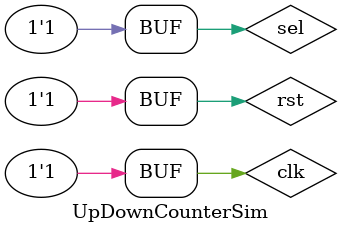
<source format=v>
`timescale 1ns / 1ps


module UpDownCounterSim;

    reg rst, clk, sel;
    wire [7:0] Q, Qn;
    
    UpDownCounter uut(sel, clk, rst, Q);

    initial begin
        rst = 0; sel = 0;
        #1 rst = 1;
        #1 clk = 0;
        #1 clk = 1;
        #1 clk = 0;
        #1 clk = 1;
        #1 clk = 0;
        #1 clk = 1;
        #1 clk = 0;
        #1 clk = 1;
        #1 clk = 0;
        #1 clk = 1;
        #1 clk = 0;
        #1 clk = 1;
        #1 clk = 0;
        #1 clk = 1;
        #1 clk = 0;
        #1 clk = 1;
        #1 clk = 0;
        #1 clk = 1;
        #1 clk = 0;
        #1 clk = 1;
        #1 clk = 0;
        #1 clk = 1;
        #1 clk = 0;
        #1 clk = 1;
        #1 clk = 0;
        #1 clk = 1;
        #1 clk = 0;
        #1 clk = 1;
        #1 clk = 0;
        #1 clk = 1;
        #1 clk = 0;
        #1 clk = 1;
        #1 clk = 0;
        #1 clk = 1;
        #1 clk = 0;
        #1 clk = 1;
        #1 clk = 0;
        #1 clk = 1;
        #1 clk = 0;
        #1 clk = 1;
        #1 sel = 1;
        #1 clk = 0;
        #1 clk = 1;
        #1 clk = 0;
        #1 clk = 1;
        #1 clk = 0;
        #1 clk = 1;
        #1 clk = 0;
        #1 clk = 1;
        #1 clk = 0;
        #1 clk = 1;
        #1 clk = 0;
        #1 clk = 1;
        #1 clk = 0;
        #1 clk = 1;
        #1 clk = 0;
        #1 clk = 1;
        #1 clk = 0;
        #1 clk = 1;
        #1 clk = 0;
        #1 clk = 1;
        #1 clk = 0;
        #1 clk = 1;
        #1 clk = 0;
        #1 clk = 1;
        #1 clk = 0;
        #1 clk = 1;
        #1 clk = 0;
        #1 clk = 1;
        #1 clk = 0;
        #1 clk = 1;
        #1 clk = 0;
        #1 clk = 1;
        #1 clk = 0;
        #1 clk = 1;
        #1 clk = 0;
        #1 clk = 1;
        #1 clk = 0;
        #1 clk = 1;
        #1 clk = 0;
        #1 clk = 1;
        
    end


endmodule

</source>
